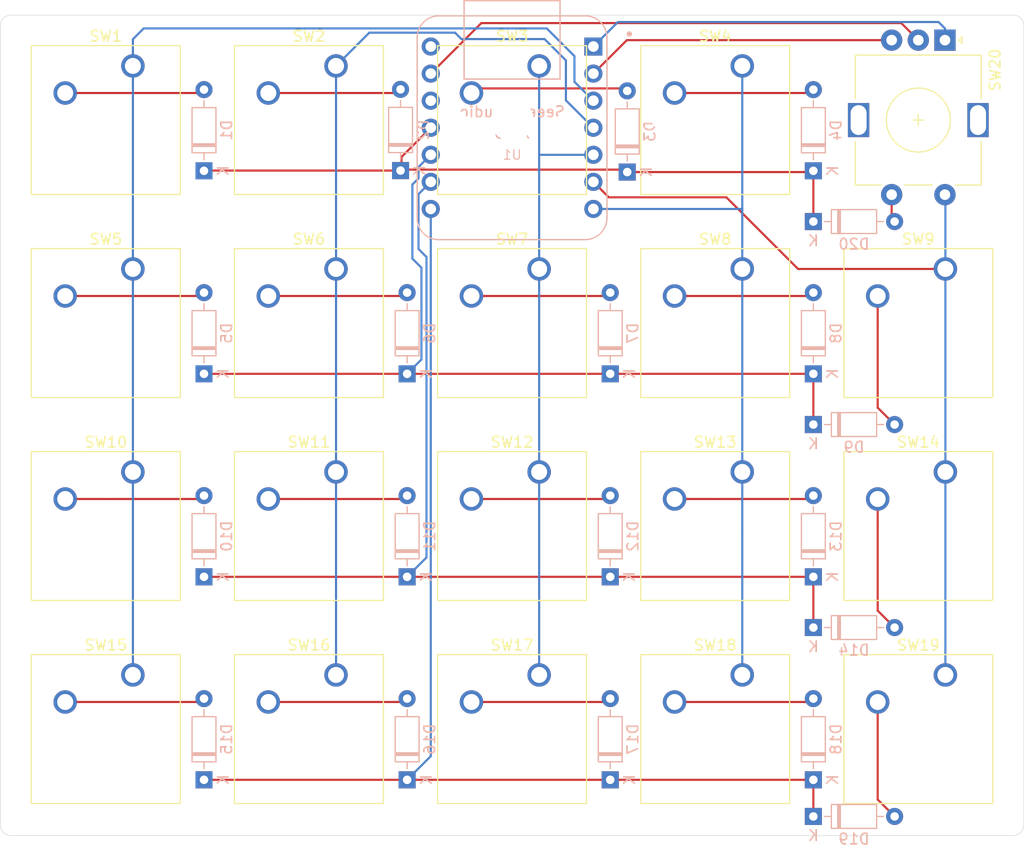
<source format=kicad_pcb>
(kicad_pcb (version 20240108) (generator "pcbnew") (generator_version "8.0")
  (layers (0 "F.Cu" signal) (31 "B.Cu" signal) (34 "B.Paste" user) (35 "F.Paste" user) (36 "B.SilkS" user "B.Silkscreen") (37 "F.SilkS" user "F.Silkscreen") (38 "B.Mask" user) (39 "F.Mask" user) (44 "Edge.Cuts" user))
  (net 0 "")
  (net 1 "Net-(D1-A)")
  (net 2 "ROW 1")
  (net 3 "Net-(D2-A)")
  (net 4 "Net-(D3-A)")
  (net 5 "Net-(D4-A)")
  (net 6 "ROW 2")
  (net 7 "Net-(D5-A)")
  (net 8 "Net-(D6-A)")
  (net 9 "Net-(D7-A)")
  (net 10 "Net-(D8-A)")
  (net 11 "Net-(D9-A)")
  (net 12 "Net-(D10-A)")
  (net 13 "ROW 3")
  (net 14 "Net-(D11-A)")
  (net 15 "Net-(D12-A)")
  (net 16 "Net-(D13-A)")
  (net 17 "Net-(D14-A)")
  (net 18 "ROW 4")
  (net 19 "Net-(D15-A)")
  (net 20 "Net-(D16-A)")
  (net 21 "Net-(D17-A)")
  (net 22 "Net-(D18-A)")
  (net 23 "Net-(D19-A)")
  (net 24 "B")
  (net 25 "A")
  (net 26 "GND")
  (net 27 "COL 1")
  (net 28 "COL 2")
  (net 29 "COL 3")
  (net 30 "COL 4")
  (net 31 "COL 5")
  (net 34 "Net-(D20-A)")
  (footprint "Button_Switch_Keyboard:SW_Cherry_MX_1.00u_PCB_3D" (layer "F.Cu") (at 83.49 66.26964)
    (property "Reference" "SW2" (at -2.54 -2.794 0) (layer "F.SilkS"))
    (property "Value" "SW_Push")
    (pad "" np_thru_hole circle (at -7.62 5.08) (size 1.7 1.7) (drill 1.7) (layers "*.Cu" "*.Mask"))
    (pad "" np_thru_hole circle (at -2.54 5.08) (size 4 4) (drill 4) (layers "*.Cu" "*.Mask"))
    (pad "" np_thru_hole circle (at 2.54 5.08) (size 1.7 1.7) (drill 1.7) (layers "*.Cu" "*.Mask"))
    (pad "1" thru_hole circle (at 0 0) (size 2.2 2.2) (drill 1.5) (layers "*.Cu" "*.Mask") (net 28 "COL 2"))
    (pad "2" thru_hole circle (at -6.35 2.54) (size 2.2 2.2) (drill 1.5) (layers "*.Cu" "*.Mask") (net 3 "Net-(D2-A)"))
  )
  (footprint "Button_Switch_Keyboard:SW_Cherry_MX_1.00u_PCB_3D" (layer "F.Cu") (at 64.44 66.26964)
    (property "Reference" "SW1" (at -2.54 -2.794 0) (layer "F.SilkS"))
    (property "Value" "SW_Push")
    (pad "" np_thru_hole circle (at -7.62 5.08) (size 1.7 1.7) (drill 1.7) (layers "*.Cu" "*.Mask"))
    (pad "" np_thru_hole circle (at -2.54 5.08) (size 4 4) (drill 4) (layers "*.Cu" "*.Mask"))
    (pad "" np_thru_hole circle (at 2.54 5.08) (size 1.7 1.7) (drill 1.7) (layers "*.Cu" "*.Mask"))
    (pad "1" thru_hole circle (at 0 0) (size 2.2 2.2) (drill 1.5) (layers "*.Cu" "*.Mask") (net 27 "COL 1"))
    (pad "2" thru_hole circle (at -6.35 2.54) (size 2.2 2.2) (drill 1.5) (layers "*.Cu" "*.Mask") (net 1 "Net-(D1-A)"))
  )
  (footprint "Button_Switch_Keyboard:SW_Cherry_MX_1.00u_PCB_3D" (layer "F.Cu") (at 102.54 85.31964)
    (property "Reference" "SW7" (at -2.54 -2.794 0) (layer "F.SilkS"))
    (property "Value" "SW_Push")
    (pad "" np_thru_hole circle (at -7.62 5.08) (size 1.7 1.7) (drill 1.7) (layers "*.Cu" "*.Mask"))
    (pad "" np_thru_hole circle (at -2.54 5.08) (size 4 4) (drill 4) (layers "*.Cu" "*.Mask"))
    (pad "" np_thru_hole circle (at 2.54 5.08) (size 1.7 1.7) (drill 1.7) (layers "*.Cu" "*.Mask"))
    (pad "1" thru_hole circle (at 0 0) (size 2.2 2.2) (drill 1.5) (layers "*.Cu" "*.Mask") (net 29 "COL 3"))
    (pad "2" thru_hole circle (at -6.35 2.54) (size 2.2 2.2) (drill 1.5) (layers "*.Cu" "*.Mask") (net 9 "Net-(D7-A)"))
  )
  (footprint "Rotary_Encoder:RotaryEncoder_Alps_EC11E-Switch_Vertical_H20mm_3D" (layer "F.Cu") (at 140.6 63.84964 -90)
    (property "Reference" "SW20" (at 2.8 -4.7 90) (layer "F.SilkS"))
    (property "Value" "RotaryEncoder_Switch")
    (pad "A" thru_hole rect (at 0 0 270) (size 2 2) (drill 1) (layers "*.Cu" "*.Mask") (net 25 "A"))
    (pad "B" thru_hole circle (at 0 5 270) (size 2 2) (drill 1) (layers "*.Cu" "*.Mask") (net 24 "B"))
    (pad "C" thru_hole circle (at 0 2.5 270) (size 2 2) (drill 1) (layers "*.Cu" "*.Mask") (net 26 "GND"))
    (pad "MP" thru_hole rect (at 7.5 -3.1 270) (size 3.2 2) (drill oval 2.8 1.5) (layers "*.Cu" "*.Mask"))
    (pad "MP" thru_hole rect (at 7.5 8.1 270) (size 3.2 2) (drill oval 2.8 1.5) (layers "*.Cu" "*.Mask"))
    (pad "S1" thru_hole circle (at 14.5 5 270) (size 2 2) (drill 1) (layers "*.Cu" "*.Mask") (net 34 "Net-(D20-A)"))
    (pad "S2" thru_hole circle (at 14.5 0 270) (size 2 2) (drill 1) (layers "*.Cu" "*.Mask") (net 31 "COL 5"))
  )
  (footprint "Button_Switch_Keyboard:SW_Cherry_MX_1.00u_PCB_3D" (layer "F.Cu") (at 140.64 85.31964)
    (property "Reference" "SW9" (at -2.54 -2.794 0) (layer "F.SilkS"))
    (property "Value" "SW_Push")
    (pad "" np_thru_hole circle (at -7.62 5.08) (size 1.7 1.7) (drill 1.7) (layers "*.Cu" "*.Mask"))
    (pad "" np_thru_hole circle (at -2.54 5.08) (size 4 4) (drill 4) (layers "F&B.Cu" "*.Mask"))
    (pad "" np_thru_hole circle (at 2.54 5.08) (size 1.7 1.7) (drill 1.7) (layers "*.Cu" "*.Mask"))
    (pad "1" thru_hole circle (at 0 0) (size 2.2 2.2) (drill 1.5) (layers "*.Cu" "*.Mask") (net 31 "COL 5"))
    (pad "2" thru_hole circle (at -6.35 2.54) (size 2.2 2.2) (drill 1.5) (layers "*.Cu" "*.Mask") (net 11 "Net-(D9-A)"))
  )
  (footprint "Button_Switch_Keyboard:SW_Cherry_MX_1.00u_PCB_3D" (layer "F.Cu") (at 64.44 123.41964)
    (property "Reference" "SW15" (at -2.54 -2.794 0) (layer "F.SilkS"))
    (property "Value" "SW_Push")
    (pad "" np_thru_hole circle (at -7.62 5.08) (size 1.7 1.7) (drill 1.7) (layers "*.Cu" "*.Mask"))
    (pad "" np_thru_hole circle (at -2.54 5.08) (size 4 4) (drill 4) (layers "*.Cu" "*.Mask"))
    (pad "" np_thru_hole circle (at 2.54 5.08) (size 1.7 1.7) (drill 1.7) (layers "*.Cu" "*.Mask"))
    (pad "1" thru_hole circle (at 0 0) (size 2.2 2.2) (drill 1.5) (layers "*.Cu" "*.Mask") (net 27 "COL 1"))
    (pad "2" thru_hole circle (at -6.35 2.54) (size 2.2 2.2) (drill 1.5) (layers "*.Cu" "*.Mask") (net 19 "Net-(D15-A)"))
  )
  (footprint "Button_Switch_Keyboard:SW_Cherry_MX_1.00u_PCB_3D" (layer "F.Cu") (at 140.64 104.36964)
    (property "Reference" "SW14" (at -2.54 -2.794 0) (layer "F.SilkS"))
    (property "Value" "SW_Push")
    (pad "" np_thru_hole circle (at -7.62 5.08) (size 1.7 1.7) (drill 1.7) (layers "*.Cu" "*.Mask"))
    (pad "" np_thru_hole circle (at -2.54 5.08) (size 4 4) (drill 4) (layers "*.Cu" "*.Mask"))
    (pad "" np_thru_hole circle (at 2.54 5.08) (size 1.7 1.7) (drill 1.7) (layers "*.Cu" "*.Mask"))
    (pad "1" thru_hole circle (at 0 0) (size 2.2 2.2) (drill 1.5) (layers "*.Cu" "*.Mask") (net 31 "COL 5"))
    (pad "2" thru_hole circle (at -6.35 2.54) (size 2.2 2.2) (drill 1.5) (layers "*.Cu" "*.Mask") (net 17 "Net-(D14-A)"))
  )
  (footprint "Button_Switch_Keyboard:SW_Cherry_MX_1.00u_PCB_3D" (layer "F.Cu") (at 64.44 104.36964)
    (property "Reference" "SW10" (at -2.54 -2.794 0) (layer "F.SilkS"))
    (property "Value" "SW_Push")
    (pad "" np_thru_hole circle (at -7.62 5.08) (size 1.7 1.7) (drill 1.7) (layers "*.Cu" "*.Mask"))
    (pad "" np_thru_hole circle (at -2.54 5.08) (size 4 4) (drill 4) (layers "*.Cu" "*.Mask"))
    (pad "" np_thru_hole circle (at 2.54 5.08) (size 1.7 1.7) (drill 1.7) (layers "*.Cu" "*.Mask"))
    (pad "1" thru_hole circle (at 0 0) (size 2.2 2.2) (drill 1.5) (layers "*.Cu" "*.Mask") (net 27 "COL 1"))
    (pad "2" thru_hole circle (at -6.35 2.54) (size 2.2 2.2) (drill 1.5) (layers "*.Cu" "*.Mask") (net 12 "Net-(D10-A)"))
  )
  (footprint "Button_Switch_Keyboard:SW_Cherry_MX_1.00u_PCB_3D" (layer "F.Cu") (at 83.49 123.41964)
    (property "Reference" "SW16" (at -2.54 -2.794 0) (layer "F.SilkS"))
    (property "Value" "SW_Push")
    (pad "" np_thru_hole circle (at -7.62 5.08) (size 1.7 1.7) (drill 1.7) (layers "*.Cu" "*.Mask"))
    (pad "" np_thru_hole circle (at -2.54 5.08) (size 4 4) (drill 4) (layers "*.Cu" "*.Mask"))
    (pad "" np_thru_hole circle (at 2.54 5.08) (size 1.7 1.7) (drill 1.7) (layers "*.Cu" "*.Mask"))
    (pad "1" thru_hole circle (at 0 0) (size 2.2 2.2) (drill 1.5) (layers "*.Cu" "*.Mask") (net 28 "COL 2"))
    (pad "2" thru_hole circle (at -6.35 2.54) (size 2.2 2.2) (drill 1.5) (layers "*.Cu" "*.Mask") (net 20 "Net-(D16-A)"))
  )
  (footprint "Button_Switch_Keyboard:SW_Cherry_MX_1.00u_PCB_3D" (layer "F.Cu") (at 121.59 85.31964)
    (property "Reference" "SW8" (at -2.54 -2.794 0) (layer "F.SilkS"))
    (property "Value" "SW_Push")
    (pad "" np_thru_hole circle (at -7.62 5.08) (size 1.7 1.7) (drill 1.7) (layers "*.Cu" "*.Mask"))
    (pad "" np_thru_hole circle (at -2.54 5.08) (size 4 4) (drill 4) (layers "*.Cu" "*.Mask"))
    (pad "" np_thru_hole circle (at 2.54 5.08) (size 1.7 1.7) (drill 1.7) (layers "*.Cu" "*.Mask"))
    (pad "1" thru_hole circle (at 0 0) (size 2.2 2.2) (drill 1.5) (layers "*.Cu" "*.Mask") (net 30 "COL 4"))
    (pad "2" thru_hole circle (at -6.35 2.54) (size 2.2 2.2) (drill 1.5) (layers "*.Cu" "*.Mask") (net 10 "Net-(D8-A)"))
  )
  (footprint "Button_Switch_Keyboard:SW_Cherry_MX_1.00u_PCB_3D" (layer "F.Cu") (at 121.59 123.41964)
    (property "Reference" "SW18" (at -2.54 -2.794 0) (layer "F.SilkS"))
    (property "Value" "SW_Push")
    (pad "" np_thru_hole circle (at -7.62 5.08) (size 1.7 1.7) (drill 1.7) (layers "*.Cu" "*.Mask"))
    (pad "" np_thru_hole circle (at -2.54 5.08) (size 4 4) (drill 4) (layers "*.Cu" "*.Mask"))
    (pad "" np_thru_hole circle (at 2.54 5.08) (size 1.7 1.7) (drill 1.7) (layers "*.Cu" "*.Mask"))
    (pad "1" thru_hole circle (at 0 0) (size 2.2 2.2) (drill 1.5) (layers "*.Cu" "*.Mask") (net 30 "COL 4"))
    (pad "2" thru_hole circle (at -6.35 2.54) (size 2.2 2.2) (drill 1.5) (layers "*.Cu" "*.Mask") (net 22 "Net-(D18-A)"))
  )
  (footprint "Button_Switch_Keyboard:SW_Cherry_MX_1.00u_PCB_3D" (layer "F.Cu") (at 83.49 104.36964)
    (property "Reference" "SW11" (at -2.54 -2.794 0) (layer "F.SilkS"))
    (property "Value" "SW_Push")
    (pad "" np_thru_hole circle (at -7.62 5.08) (size 1.7 1.7) (drill 1.7) (layers "*.Cu" "*.Mask"))
    (pad "" np_thru_hole circle (at -2.54 5.08) (size 4 4) (drill 4) (layers "*.Cu" "*.Mask"))
    (pad "" np_thru_hole circle (at 2.54 5.08) (size 1.7 1.7) (drill 1.7) (layers "*.Cu" "*.Mask"))
    (pad "1" thru_hole circle (at 0 0) (size 2.2 2.2) (drill 1.5) (layers "*.Cu" "*.Mask") (net 28 "COL 2"))
    (pad "2" thru_hole circle (at -6.35 2.54) (size 2.2 2.2) (drill 1.5) (layers "*.Cu" "*.Mask") (net 14 "Net-(D11-A)"))
  )
  (footprint "Button_Switch_Keyboard:SW_Cherry_MX_1.00u_PCB_3D" (layer "F.Cu") (at 102.54 104.36964)
    (property "Reference" "SW12" (at -2.54 -2.794 0) (layer "F.SilkS"))
    (property "Value" "SW_Push")
    (pad "" np_thru_hole circle (at -7.62 5.08) (size 1.7 1.7) (drill 1.7) (layers "*.Cu" "*.Mask"))
    (pad "" np_thru_hole circle (at -2.54 5.08) (size 4 4) (drill 4) (layers "*.Cu" "*.Mask"))
    (pad "" np_thru_hole circle (at 2.54 5.08) (size 1.7 1.7) (drill 1.7) (layers "*.Cu" "*.Mask"))
    (pad "1" thru_hole circle (at 0 0) (size 2.2 2.2) (drill 1.5) (layers "*.Cu" "*.Mask") (net 29 "COL 3"))
    (pad "2" thru_hole circle (at -6.35 2.54) (size 2.2 2.2) (drill 1.5) (layers "*.Cu" "*.Mask") (net 15 "Net-(D12-A)"))
  )
  (footprint "Button_Switch_Keyboard:SW_Cherry_MX_1.00u_PCB_3D" (layer "F.Cu") (at 102.54 66.26964)
    (property "Reference" "SW3" (at -2.54 -2.794 0) (layer "F.SilkS"))
    (property "Value" "SW_Push")
    (pad "" np_thru_hole circle (at -7.62 5.08) (size 1.7 1.7) (drill 1.7) (layers "*.Cu" "*.Mask"))
    (pad "" np_thru_hole circle (at -2.54 5.08) (size 4 4) (drill 4) (layers "F&B.Cu" "*.Mask"))
    (pad "" np_thru_hole circle (at 2.54 5.08) (size 1.7 1.7) (drill 1.7) (layers "*.Cu" "*.Mask"))
    (pad "1" thru_hole circle (at 0 0) (size 2.2 2.2) (drill 1.5) (layers "*.Cu" "*.Mask") (net 29 "COL 3"))
    (pad "2" thru_hole circle (at -6.35 2.54) (size 2.2 2.2) (drill 1.5) (layers "*.Cu" "*.Mask") (net 4 "Net-(D3-A)"))
  )
  (footprint "Button_Switch_Keyboard:SW_Cherry_MX_1.00u_PCB_3D" (layer "F.Cu") (at 102.54 123.41964)
    (property "Reference" "SW17" (at -2.54 -2.794 0) (layer "F.SilkS"))
    (property "Value" "SW_Push")
    (pad "" np_thru_hole circle (at -7.62 5.08) (size 1.7 1.7) (drill 1.7) (layers "*.Cu" "*.Mask"))
    (pad "" np_thru_hole circle (at -2.54 5.08) (size 4 4) (drill 4) (layers "*.Cu" "*.Mask"))
    (pad "" np_thru_hole circle (at 2.54 5.08) (size 1.7 1.7) (drill 1.7) (layers "*.Cu" "*.Mask"))
    (pad "1" thru_hole circle (at 0 0) (size 2.2 2.2) (drill 1.5) (layers "*.Cu" "*.Mask") (net 29 "COL 3"))
    (pad "2" thru_hole circle (at -6.35 2.54) (size 2.2 2.2) (drill 1.5) (layers "*.Cu" "*.Mask") (net 21 "Net-(D17-A)"))
  )
  (footprint "Button_Switch_Keyboard:SW_Cherry_MX_1.00u_PCB_3D" (layer "F.Cu") (at 64.44 85.31964)
    (property "Reference" "SW5" (at -2.54 -2.794 0) (layer "F.SilkS"))
    (property "Value" "SW_Push")
    (pad "" np_thru_hole circle (at -7.62 5.08) (size 1.7 1.7) (drill 1.7) (layers "*.Cu" "*.Mask"))
    (pad "" np_thru_hole circle (at -2.54 5.08) (size 4 4) (drill 4) (layers "*.Cu" "*.Mask"))
    (pad "" np_thru_hole circle (at 2.54 5.08) (size 1.7 1.7) (drill 1.7) (layers "*.Cu" "*.Mask"))
    (pad "1" thru_hole circle (at 0 0) (size 2.2 2.2) (drill 1.5) (layers "*.Cu" "*.Mask") (net 27 "COL 1"))
    (pad "2" thru_hole circle (at -6.35 2.54) (size 2.2 2.2) (drill 1.5) (layers "*.Cu" "*.Mask") (net 7 "Net-(D5-A)"))
  )
  (footprint "Button_Switch_Keyboard:SW_Cherry_MX_1.00u_PCB_3D" (layer "F.Cu") (at 140.64 123.41964)
    (property "Reference" "SW19" (at -2.54 -2.794 0) (layer "F.SilkS"))
    (property "Value" "SW_Push")
    (pad "" np_thru_hole circle (at -7.62 5.08) (size 1.7 1.7) (drill 1.7) (layers "*.Cu" "*.Mask"))
    (pad "" np_thru_hole circle (at -2.54 5.08) (size 4 4) (drill 4) (layers "*.Cu" "*.Mask"))
    (pad "" np_thru_hole circle (at 2.54 5.08) (size 1.7 1.7) (drill 1.7) (layers "*.Cu" "*.Mask"))
    (pad "1" thru_hole circle (at 0 0) (size 2.2 2.2) (drill 1.5) (layers "*.Cu" "*.Mask") (net 31 "COL 5"))
    (pad "2" thru_hole circle (at -6.35 2.54) (size 2.2 2.2) (drill 1.5) (layers "*.Cu" "*.Mask") (net 23 "Net-(D19-A)"))
  )
  (footprint "Button_Switch_Keyboard:SW_Cherry_MX_1.00u_PCB_3D" (layer "F.Cu") (at 121.59 104.36964)
    (property "Reference" "SW13" (at -2.54 -2.794 0) (layer "F.SilkS"))
    (property "Value" "SW_Push")
    (pad "" np_thru_hole circle (at -7.62 5.08) (size 1.7 1.7) (drill 1.7) (layers "*.Cu" "*.Mask"))
    (pad "" np_thru_hole circle (at -2.54 5.08) (size 4 4) (drill 4) (layers "*.Cu" "*.Mask"))
    (pad "" np_thru_hole circle (at 2.54 5.08) (size 1.7 1.7) (drill 1.7) (layers "*.Cu" "*.Mask"))
    (pad "1" thru_hole circle (at 0 0) (size 2.2 2.2) (drill 1.5) (layers "*.Cu" "*.Mask") (net 30 "COL 4"))
    (pad "2" thru_hole circle (at -6.35 2.54) (size 2.2 2.2) (drill 1.5) (layers "*.Cu" "*.Mask") (net 16 "Net-(D13-A)"))
  )
  (footprint "Button_Switch_Keyboard:SW_Cherry_MX_1.00u_PCB_3D" (layer "F.Cu") (at 83.49 85.31964)
    (property "Reference" "SW6" (at -2.54 -2.794 0) (layer "F.SilkS"))
    (property "Value" "SW_Push")
    (pad "" np_thru_hole circle (at -7.62 5.08) (size 1.7 1.7) (drill 1.7) (layers "*.Cu" "*.Mask"))
    (pad "" np_thru_hole circle (at -2.54 5.08) (size 4 4) (drill 4) (layers "*.Cu" "*.Mask"))
    (pad "" np_thru_hole circle (at 2.54 5.08) (size 1.7 1.7) (drill 1.7) (layers "*.Cu" "*.Mask"))
    (pad "1" thru_hole circle (at 0 0) (size 2.2 2.2) (drill 1.5) (layers "*.Cu" "*.Mask") (net 28 "COL 2"))
    (pad "2" thru_hole circle (at -6.35 2.54) (size 2.2 2.2) (drill 1.5) (layers "*.Cu" "*.Mask") (net 8 "Net-(D6-A)"))
  )
  (footprint "Button_Switch_Keyboard:SW_Cherry_MX_1.00u_PCB_3D" (layer "F.Cu") (at 121.59 66.26964)
    (property "Reference" "SW4" (at -2.54 -2.794 0) (layer "F.SilkS"))
    (property "Value" "SW_Push")
    (pad "" np_thru_hole circle (at -7.62 5.08) (size 1.7 1.7) (drill 1.7) (layers "*.Cu" "*.Mask"))
    (pad "" np_thru_hole circle (at -2.54 5.08) (size 4 4) (drill 4) (layers "F&B.Cu" "*.Mask"))
    (pad "" np_thru_hole circle (at 2.54 5.08) (size 1.7 1.7) (drill 1.7) (layers "*.Cu" "*.Mask"))
    (pad "1" thru_hole circle (at 0 0) (size 2.2 2.2) (drill 1.5) (layers "*.Cu" "*.Mask") (net 30 "COL 4"))
    (pad "2" thru_hole circle (at -6.35 2.54) (size 2.2 2.2) (drill 1.5) (layers "*.Cu" "*.Mask") (net 5 "Net-(D4-A)"))
  )
  (footprint "Seeed Studio XIAO Series Library:XIAO-Generic-Thruhole-14P-2.54-21X17.8MM_3D" (layer "B.Cu") (at 100 72.07 180)
    (property "Reference" "U1" (at 0 -2.54 0) (layer "B.SilkS") (effects (font (size 0.889 0.889) (thickness 0.1016)) (justify mirror)))
    (property "Value" "Seeed Studio XIAO SAMD21" (hide yes))
    (fp_text user "XIAO" (at 0 -0.5 0) (layer "B.SilkS") (effects (justify mirror)))
    (fp_text user "Seeed Studio" (at 0 1.5 0) (layer "B.SilkS") (effects (justify mirror)))
    (pad "1" thru_hole rect (at -7.625 7.62 180) (size 1.7 1.7) (drill 1) (layers "*.Cu" "*.Mask") (net 25 "A"))
    (pad "2" thru_hole circle (at -7.625 5.08 180) (size 1.7 1.7) (drill 1) (layers "*.Cu" "*.Mask") (net 24 "B"))
    (pad "3" thru_hole circle (at -7.625 2.54 180) (size 1.7 1.7) (drill 1) (layers "*.Cu" "*.Mask") (net 27 "COL 1"))
    (pad "4" thru_hole circle (at -7.625 0 180) (size 1.7 1.7) (drill 1) (layers "*.Cu" "*.Mask") (net 28 "COL 2"))
    (pad "5" thru_hole circle (at -7.625 -2.54 180) (size 1.7 1.7) (drill 1) (layers "*.Cu" "*.Mask") (net 29 "COL 3"))
    (pad "6" thru_hole circle (at -7.625 -5.08) (size 1.7 1.7) (drill 1) (layers "*.Cu" "*.Mask") (net 31 "COL 5"))
    (pad "7" thru_hole circle (at -7.625 -7.62 180) (size 1.7 1.7) (drill 1) (layers "*.Cu" "*.Mask") (net 30 "COL 4"))
    (pad "8" thru_hole circle (at 7.625 -7.62 180) (size 1.7 1.7) (drill 1) (layers "*.Cu" "*.Mask") (net 18 "ROW 4"))
    (pad "9" thru_hole circle (at 7.625 -5.08 180) (size 1.7 1.7) (drill 1) (layers "*.Cu" "*.Mask") (net 13 "ROW 3"))
    (pad "10" thru_hole circle (at 7.625 -2.54 180) (size 1.7 1.7) (drill 1) (layers "*.Cu" "*.Mask") (net 6 "ROW 2"))
    (pad "11" thru_hole circle (at 7.625 0 180) (size 1.7 1.7) (drill 1) (layers "*.Cu" "*.Mask") (net 2 "ROW 1"))
    (pad "12" thru_hole circle (at 7.625 2.54 180) (size 1.7 1.7) (drill 1) (layers "*.Cu" "*.Mask"))
    (pad "13" thru_hole circle (at 7.625 5.08 180) (size 1.7 1.7) (drill 1) (layers "*.Cu" "*.Mask") (net 26 "GND"))
    (pad "14" thru_hole circle (at 7.625 7.62 180) (size 1.7 1.7) (drill 1) (layers "*.Cu" "*.Mask"))
  )
  (footprint "Diode_THT:D_DO-35_SOD27_P7.62mm_Horizontal" (layer "B.Cu") (at 128.2575 76.11214 90)
    (property "Reference" "D4" (at 3.81 2.12 90) (layer "B.SilkS") (effects (justify mirror)))
    (property "Value" "D")
    (fp_text user "K" (at 0 1.8 90) (layer "B.SilkS") (effects (justify mirror)))
    (pad "1" thru_hole rect (at 0 0 90) (size 1.6 1.6) (drill 0.8) (layers "*.Cu" "*.Mask") (net 2 "ROW 1"))
    (pad "2" thru_hole oval (at 7.62 0 90) (size 1.6 1.6) (drill 0.8) (layers "*.Cu" "*.Mask") (net 5 "Net-(D4-A)"))
  )
  (footprint "Diode_THT:D_DO-35_SOD27_P7.62mm_Horizontal" (layer "B.Cu") (at 110.8 76.22964 90)
    (property "Reference" "D3" (at 3.81 2.12 90) (layer "B.SilkS") (effects (justify mirror)))
    (property "Value" "D")
    (fp_text user "K" (at 0 1.8 90) (layer "B.SilkS") (effects (justify mirror)))
    (pad "1" thru_hole rect (at 0 0 90) (size 1.6 1.6) (drill 0.8) (layers "*.Cu" "*.Mask") (net 2 "ROW 1"))
    (pad "2" thru_hole oval (at 7.62 0 90) (size 1.6 1.6) (drill 0.8) (layers "*.Cu" "*.Mask") (net 4 "Net-(D3-A)"))
  )
  (footprint "Diode_THT:D_DO-35_SOD27_P7.62mm_Horizontal" (layer "B.Cu") (at 128.2575 95.16214 90)
    (property "Reference" "D8" (at 3.81 2.12 90) (layer "B.SilkS") (effects (justify mirror)))
    (property "Value" "D")
    (fp_text user "K" (at 0 1.8 90) (layer "B.SilkS") (effects (justify mirror)))
    (pad "1" thru_hole rect (at 0 0 90) (size 1.6 1.6) (drill 0.8) (layers "*.Cu" "*.Mask") (net 6 "ROW 2"))
    (pad "2" thru_hole oval (at 7.62 0 90) (size 1.6 1.6) (drill 0.8) (layers "*.Cu" "*.Mask") (net 10 "Net-(D8-A)"))
  )
  (footprint "Diode_THT:D_DO-35_SOD27_P7.62mm_Horizontal" (layer "B.Cu") (at 109.2075 114.21214 90)
    (property "Reference" "D12" (at 3.81 2.12 90) (layer "B.SilkS") (effects (justify mirror)))
    (property "Value" "D")
    (fp_text user "K" (at 0 1.8 90) (layer "B.SilkS") (effects (justify mirror)))
    (pad "1" thru_hole rect (at 0 0 90) (size 1.6 1.6) (drill 0.8) (layers "*.Cu" "*.Mask") (net 13 "ROW 3"))
    (pad "2" thru_hole oval (at 7.62 0 90) (size 1.6 1.6) (drill 0.8) (layers "*.Cu" "*.Mask") (net 15 "Net-(D12-A)"))
  )
  (footprint "Diode_THT:D_DO-35_SOD27_P7.62mm_Horizontal" (layer "B.Cu") (at 128.2575 136.69964)
    (property "Reference" "D19" (at 3.81 2.12 0) (layer "B.SilkS") (effects (justify mirror)))
    (property "Value" "D")
    (fp_text user "K" (at 0 1.8 0) (layer "B.SilkS") (effects (justify mirror)))
    (pad "1" thru_hole rect (at 0 0) (size 1.6 1.6) (drill 0.8) (layers "*.Cu" "*.Mask") (net 18 "ROW 4"))
    (pad "2" thru_hole oval (at 7.62 0) (size 1.6 1.6) (drill 0.8) (layers "*.Cu" "*.Mask") (net 23 "Net-(D19-A)"))
  )
  (footprint "Diode_THT:D_DO-35_SOD27_P7.62mm_Horizontal" (layer "B.Cu") (at 128.2575 133.26214 90)
    (property "Reference" "D18" (at 3.81 2.12 90) (layer "B.SilkS") (effects (justify mirror)))
    (property "Value" "D")
    (fp_text user "K" (at 0 1.8 90) (layer "B.SilkS") (effects (justify mirror)))
    (pad "1" thru_hole rect (at 0 0 90) (size 1.6 1.6) (drill 0.8) (layers "*.Cu" "*.Mask") (net 18 "ROW 4"))
    (pad "2" thru_hole oval (at 7.62 0 90) (size 1.6 1.6) (drill 0.8) (layers "*.Cu" "*.Mask") (net 22 "Net-(D18-A)"))
  )
  (footprint "Diode_THT:D_DO-35_SOD27_P7.62mm_Horizontal" (layer "B.Cu") (at 128.2575 114.21214 90)
    (property "Reference" "D13" (at 3.81 2.12 90) (layer "B.SilkS") (effects (justify mirror)))
    (property "Value" "D")
    (fp_text user "K" (at 0 1.8 90) (layer "B.SilkS") (effects (justify mirror)))
    (pad "1" thru_hole rect (at 0 0 90) (size 1.6 1.6) (drill 0.8) (layers "*.Cu" "*.Mask") (net 13 "ROW 3"))
    (pad "2" thru_hole oval (at 7.62 0 90) (size 1.6 1.6) (drill 0.8) (layers "*.Cu" "*.Mask") (net 16 "Net-(D13-A)"))
  )
  (footprint "Diode_THT:D_DO-35_SOD27_P7.62mm_Horizontal" (layer "B.Cu") (at 71.1075 133.26214 90)
    (property "Reference" "D15" (at 3.81 2.12 90) (layer "B.SilkS") (effects (justify mirror)))
    (property "Value" "D")
    (fp_text user "K" (at 0 1.8 90) (layer "B.SilkS") (effects (justify mirror)))
    (pad "1" thru_hole rect (at 0 0 90) (size 1.6 1.6) (drill 0.8) (layers "*.Cu" "*.Mask") (net 18 "ROW 4"))
    (pad "2" thru_hole oval (at 7.62 0 90) (size 1.6 1.6) (drill 0.8) (layers "*.Cu" "*.Mask") (net 19 "Net-(D15-A)"))
  )
  (footprint "Diode_THT:D_DO-35_SOD27_P7.62mm_Horizontal" (layer "B.Cu") (at 128.2575 80.87464)
    (property "Reference" "D20" (at 3.81 2.12 0) (layer "B.SilkS") (effects (justify mirror)))
    (property "Value" "D")
    (fp_text user "K" (at 0 1.8 0) (layer "B.SilkS") (effects (justify mirror)))
    (pad "1" thru_hole rect (at 0 0) (size 1.6 1.6) (drill 0.8) (layers "*.Cu" "*.Mask") (net 2 "ROW 1"))
    (pad "2" thru_hole oval (at 7.62 0) (size 1.6 1.6) (drill 0.8) (layers "*.Cu" "*.Mask") (net 34 "Net-(D20-A)"))
  )
  (footprint "Diode_THT:D_DO-35_SOD27_P7.62mm_Horizontal" (layer "B.Cu") (at 109.2075 95.16214 90)
    (property "Reference" "D7" (at 3.81 2.12 90) (layer "B.SilkS") (effects (justify mirror)))
    (property "Value" "D")
    (fp_text user "K" (at 0 1.8 90) (layer "B.SilkS") (effects (justify mirror)))
    (pad "1" thru_hole rect (at 0 0 90) (size 1.6 1.6) (drill 0.8) (layers "*.Cu" "*.Mask") (net 6 "ROW 2"))
    (pad "2" thru_hole oval (at 7.62 0 90) (size 1.6 1.6) (drill 0.8) (layers "*.Cu" "*.Mask") (net 9 "Net-(D7-A)"))
  )
  (footprint "Diode_THT:D_DO-35_SOD27_P7.62mm_Horizontal" (layer "B.Cu") (at 128.2575 99.92464)
    (property "Reference" "D9" (at 3.81 2.12 0) (layer "B.SilkS") (effects (justify mirror)))
    (property "Value" "D")
    (fp_text user "K" (at 0 1.8 0) (layer "B.SilkS") (effects (justify mirror)))
    (pad "1" thru_hole rect (at 0 0) (size 1.6 1.6) (drill 0.8) (layers "*.Cu" "*.Mask") (net 6 "ROW 2"))
    (pad "2" thru_hole oval (at 7.62 0) (size 1.6 1.6) (drill 0.8) (layers "*.Cu" "*.Mask") (net 11 "Net-(D9-A)"))
  )
  (footprint "Diode_THT:D_DO-35_SOD27_P7.62mm_Horizontal" (layer "B.Cu") (at 71.1075 95.16214 90)
    (property "Reference" "D5" (at 3.81 2.12 90) (layer "B.SilkS") (effects (justify mirror)))
    (property "Value" "D")
    (fp_text user "K" (at 0 1.8 90) (layer "B.SilkS") (effects (justify mirror)))
    (pad "1" thru_hole rect (at 0 0 90) (size 1.6 1.6) (drill 0.8) (layers "*.Cu" "*.Mask") (net 6 "ROW 2"))
    (pad "2" thru_hole oval (at 7.62 0 90) (size 1.6 1.6) (drill 0.8) (layers "*.Cu" "*.Mask") (net 7 "Net-(D5-A)"))
  )
  (footprint "Diode_THT:D_DO-35_SOD27_P7.62mm_Horizontal" (layer "B.Cu") (at 89.54 76.08964 90)
    (property "Reference" "D2" (at 3.81 2.12 90) (layer "B.SilkS") (effects (justify mirror)))
    (property "Value" "D")
    (fp_text user "K" (at 0 1.8 90) (layer "B.SilkS") (effects (justify mirror)))
    (pad "1" thru_hole rect (at 0 0 90) (size 1.6 1.6) (drill 0.8) (layers "*.Cu" "*.Mask") (net 2 "ROW 1"))
    (pad "2" thru_hole oval (at 7.62 0 90) (size 1.6 1.6) (drill 0.8) (layers "*.Cu" "*.Mask") (net 3 "Net-(D2-A)"))
  )
  (footprint "Diode_THT:D_DO-35_SOD27_P7.62mm_Horizontal" (layer "B.Cu") (at 71.1075 114.21214 90)
    (property "Reference" "D10" (at 3.81 2.12 90) (layer "B.SilkS") (effects (justify mirror)))
    (property "Value" "D")
    (fp_text user "K" (at 0 1.8 90) (layer "B.SilkS") (effects (justify mirror)))
    (pad "1" thru_hole rect (at 0 0 90) (size 1.6 1.6) (drill 0.8) (layers "*.Cu" "*.Mask") (net 13 "ROW 3"))
    (pad "2" thru_hole oval (at 7.62 0 90) (size 1.6 1.6) (drill 0.8) (layers "*.Cu" "*.Mask") (net 12 "Net-(D10-A)"))
  )
  (footprint "Diode_THT:D_DO-35_SOD27_P7.62mm_Horizontal" (layer "B.Cu") (at 90.1575 133.26214 90)
    (property "Reference" "D16" (at 3.81 2.12 90) (layer "B.SilkS") (effects (justify mirror)))
    (property "Value" "D")
    (fp_text user "K" (at 0 1.8 90) (layer "B.SilkS") (effects (justify mirror)))
    (pad "1" thru_hole rect (at 0 0 90) (size 1.6 1.6) (drill 0.8) (layers "*.Cu" "*.Mask") (net 18 "ROW 4"))
    (pad "2" thru_hole oval (at 7.62 0 90) (size 1.6 1.6) (drill 0.8) (layers "*.Cu" "*.Mask") (net 20 "Net-(D16-A)"))
  )
  (footprint "Diode_THT:D_DO-35_SOD27_P7.62mm_Horizontal" (layer "B.Cu") (at 90.1575 114.21214 90)
    (property "Reference" "D11" (at 3.81 2.12 90) (layer "B.SilkS") (effects (justify mirror)))
    (property "Value" "D")
    (fp_text user "K" (at 0 1.8 90) (layer "B.SilkS") (effects (justify mirror)))
    (pad "1" thru_hole rect (at 0 0 90) (size 1.6 1.6) (drill 0.8) (layers "*.Cu" "*.Mask") (net 13 "ROW 3"))
    (pad "2" thru_hole oval (at 7.62 0 90) (size 1.6 1.6) (drill 0.8) (layers "*.Cu" "*.Mask") (net 14 "Net-(D11-A)"))
  )
  (footprint "Diode_THT:D_DO-35_SOD27_P7.62mm_Horizontal" (layer "B.Cu") (at 109.2075 133.26214 90)
    (property "Reference" "D17" (at 3.81 2.12 90) (layer "B.SilkS") (effects (justify mirror)))
    (property "Value" "D")
    (fp_text user "K" (at 0 1.8 90) (layer "B.SilkS") (effects (justify mirror)))
    (pad "1" thru_hole rect (at 0 0 90) (size 1.6 1.6) (drill 0.8) (layers "*.Cu" "*.Mask") (net 18 "ROW 4"))
    (pad "2" thru_hole oval (at 7.62 0 90) (size 1.6 1.6) (drill 0.8) (layers "*.Cu" "*.Mask") (net 21 "Net-(D17-A)"))
  )
  (footprint "Diode_THT:D_DO-35_SOD27_P7.62mm_Horizontal" (layer "B.Cu") (at 90.1575 95.16214 90)
    (property "Reference" "D6" (at 3.81 2.12 90) (layer "B.SilkS") (effects (justify mirror)))
    (property "Value" "D")
    (fp_text user "K" (at 0 1.8 90) (layer "B.SilkS") (effects (justify mirror)))
    (pad "1" thru_hole rect (at 0 0 90) (size 1.6 1.6) (drill 0.8) (layers "*.Cu" "*.Mask") (net 6 "ROW 2"))
    (pad "2" thru_hole oval (at 7.62 0 90) (size 1.6 1.6) (drill 0.8) (layers "*.Cu" "*.Mask") (net 8 "Net-(D6-A)"))
  )
  (footprint "Diode_THT:D_DO-35_SOD27_P7.62mm_Horizontal" (layer "B.Cu") (at 71.1075 76.11214 90)
    (property "Reference" "D1" (at 3.81 2.12 90) (layer "B.SilkS") (effects (justify mirror)))
    (property "Value" "D")
    (fp_text user "K" (at 0 1.8 90) (layer "B.SilkS") (effects (justify mirror)))
    (pad "1" thru_hole rect (at 0 0 90) (size 1.6 1.6) (drill 0.8) (layers "*.Cu" "*.Mask") (net 2 "ROW 1"))
    (pad "2" thru_hole oval (at 7.62 0 90) (size 1.6 1.6) (drill 0.8) (layers "*.Cu" "*.Mask") (net 1 "Net-(D1-A)"))
  )
  (footprint "Diode_THT:D_DO-35_SOD27_P7.62mm_Horizontal" (layer "B.Cu") (at 128.2575 118.97464)
    (property "Reference" "D14" (at 3.81 2.12 0) (layer "B.SilkS") (effects (justify mirror)))
    (property "Value" "D")
    (fp_text user "K" (at 0 1.8 0) (layer "B.SilkS") (effects (justify mirror)))
    (pad "1" thru_hole rect (at 0 0) (size 1.6 1.6) (drill 0.8) (layers "*.Cu" "*.Mask") (net 13 "ROW 3"))
    (pad "2" thru_hole oval (at 7.62 0) (size 1.6 1.6) (drill 0.8) (layers "*.Cu" "*.Mask") (net 17 "Net-(D14-A)"))
  )
  (gr_line (start 52 137.5) (end 52 62.5) (stroke (width 0.05)) (layer "Edge.Cuts"))
  (gr_arc (start 53 138.5) (mid 52.292893 138.207107) (end 52 137.5) (stroke (width 0.05)) (layer "Edge.Cuts"))
  (gr_arc (start 52 62.5) (mid 52.292893 61.792893) (end 53 61.5) (stroke (width 0.05)) (layer "Edge.Cuts"))
  (gr_arc (start 148 137.5) (mid 147.707107 138.207107) (end 147 138.5) (stroke (width 0.05)) (layer "Edge.Cuts"))
  (gr_arc (start 147 61.5) (mid 147.707107 61.792893) (end 148 62.5) (stroke (width 0.05)) (layer "Edge.Cuts"))
  (gr_line (start 148 62.5) (end 148 137.5) (stroke (width 0.05)) (layer "Edge.Cuts"))
  (gr_line (start 53 61.5) (end 147 61.5) (stroke (width 0.05)) (layer "Edge.Cuts"))
  (gr_line (start 147 138.5) (end 53 138.5) (stroke (width 0.05)) (layer "Edge.Cuts"))
  (segment (start 58.09 68.80964) (end 70.79 68.80964) (width 0.2) (layer "F.Cu") (net 1))
  (segment (start 70.79 68.80964) (end 71.1075 68.49214) (width 0.2) (layer "F.Cu") (net 1))
  (segment (start 71.13 76.08964) (end 71.1075 76.11214) (width 0.2) (layer "F.Cu") (net 2))
  (segment (start 89.54 76.08964) (end 89.62964 76) (width 0.2) (layer "F.Cu") (net 2))
  (segment (start 89.54 76.08964) (end 71.13 76.08964) (width 0.2) (layer "F.Cu") (net 2))
  (segment (start 89.62964 76) (end 89.62964 74.81536) (width 0.2) (layer "F.Cu") (net 2))
  (segment (start 128.14 76.22964) (end 128.2575 76.11214) (width 0.2) (layer "F.Cu") (net 2))
  (segment (start 110.8 76.22964) (end 128.14 76.22964) (width 0.2) (layer "F.Cu") (net 2))
  (segment (start 110.8 76.22964) (end 110.57036 76) (width 0.2) (layer "F.Cu") (net 2))
  (segment (start 89.62964 74.81536) (end 92.375 72.07) (width 0.2) (layer "F.Cu") (net 2))
  (segment (start 128.2575 80.87464) (end 128.2575 76.11214) (width 0.2) (layer "F.Cu") (net 2))
  (segment (start 110.57036 76) (end 89.62964 76) (width 0.2) (layer "F.Cu") (net 2))
  (segment (start 77.14 68.80964) (end 89.2 68.80964) (width 0.2) (layer "F.Cu") (net 3))
  (segment (start 89.2 68.80964) (end 89.54 68.46964) (width 0.2) (layer "F.Cu") (net 3))
  (segment (start 110.57036 68.38) (end 96.61964 68.38) (width 0.2) (layer "F.Cu") (net 4))
  (segment (start 96.61964 68.38) (end 96.19 68.80964) (width 0.2) (layer "F.Cu") (net 4))
  (segment (start 110.8 68.60964) (end 110.57036 68.38) (width 0.2) (layer "F.Cu") (net 4))
  (segment (start 115.24 68.80964) (end 127.94 68.80964) (width 0.2) (layer "F.Cu") (net 5))
  (segment (start 127.94 68.80964) (end 128.2575 68.49214) (width 0.2) (layer "F.Cu") (net 5))
  (segment (start 128.2575 95.16214) (end 128.2575 99.92464) (width 0.2) (layer "F.Cu") (net 6))
  (segment (start 71.1075 95.16214) (end 128.2575 95.16214) (width 0.2) (layer "F.Cu") (net 6))
  (segment (start 90.65 84.35) (end 91.5 85.2) (width 0.2) (layer "B.Cu") (net 6))
  (segment (start 91.5 85.2) (end 91.5 93.81964) (width 0.2) (layer "B.Cu") (net 6))
  (segment (start 91.225 75.76) (end 91.225 76.825) (width 0.2) (layer "B.Cu") (net 6))
  (segment (start 91.225 76.825) (end 90.65 77.4) (width 0.2) (layer "B.Cu") (net 6))
  (segment (start 90.65 77.4) (end 90.65 84.35) (width 0.2) (layer "B.Cu") (net 6))
  (segment (start 91.5 93.81964) (end 90.1575 95.16214) (width 0.2) (layer "B.Cu") (net 6))
  (segment (start 92.375 74.61) (end 91.225 75.76) (width 0.2) (layer "B.Cu") (net 6))
  (segment (start 70.79 87.85964) (end 71.1075 87.54214) (width 0.2) (layer "F.Cu") (net 7))
  (segment (start 58.09 87.85964) (end 70.79 87.85964) (width 0.2) (layer "F.Cu") (net 7))
  (segment (start 77.14 87.85964) (end 89.84 87.85964) (width 0.2) (layer "F.Cu") (net 8))
  (segment (start 89.84 87.85964) (end 90.1575 87.54214) (width 0.2) (layer "F.Cu") (net 8))
  (segment (start 96.19 87.85964) (end 108.89 87.85964) (width 0.2) (layer "F.Cu") (net 9))
  (segment (start 108.89 87.85964) (end 109.2075 87.54214) (width 0.2) (layer "F.Cu") (net 9))
  (segment (start 127.94 87.85964) (end 128.2575 87.54214) (width 0.2) (layer "F.Cu") (net 10))
  (segment (start 115.24 87.85964) (end 127.94 87.85964) (width 0.2) (layer "F.Cu") (net 10))
  (segment (start 134.29 87.85964) (end 134.29 98.33714) (width 0.2) (layer "F.Cu") (net 11))
  (segment (start 134.29 98.33714) (end 135.8775 99.92464) (width 0.2) (layer "F.Cu") (net 11))
  (segment (start 58.09 106.90964) (end 70.79 106.90964) (width 0.2) (layer "F.Cu") (net 12))
  (segment (start 70.79 106.90964) (end 71.1075 106.59214) (width 0.2) (layer "F.Cu") (net 12))
  (segment (start 71.1075 114.21214) (end 128.2575 114.21214) (width 0.2) (layer "F.Cu") (net 13))
  (segment (start 128.2575 114.21214) (end 128.2575 118.97464) (width 0.2) (layer "F.Cu") (net 13))
  (segment (start 91.225 83.45) (end 91.975 84.2) (width 0.2) (layer "B.Cu") (net 13))
  (segment (start 92.375 77.15) (end 91.225 78.3) (width 0.2) (layer "B.Cu") (net 13))
  (segment (start 91.225 78.3) (end 91.225 83.45) (width 0.2) (layer "B.Cu") (net 13))
  (segment (start 91.975 112.39464) (end 90.1575 114.21214) (width 0.2) (layer "B.Cu") (net 13))
  (segment (start 91.975 84.2) (end 91.975 112.39464) (width 0.2) (layer "B.Cu") (net 13))
  (segment (start 77.14 106.90964) (end 89.84 106.90964) (width 0.2) (layer "F.Cu") (net 14))
  (segment (start 89.84 106.90964) (end 90.1575 106.59214) (width 0.2) (layer "F.Cu") (net 14))
  (segment (start 96.19 106.90964) (end 108.89 106.90964) (width 0.2) (layer "F.Cu") (net 15))
  (segment (start 108.89 106.90964) (end 109.2075 106.59214) (width 0.2) (layer "F.Cu") (net 15))
  (segment (start 127.94 106.90964) (end 128.2575 106.59214) (width 0.2) (layer "F.Cu") (net 16))
  (segment (start 115.24 106.90964) (end 127.94 106.90964) (width 0.2) (layer "F.Cu") (net 16))
  (segment (start 134.29 106.90964) (end 134.29 117.38714) (width 0.2) (layer "F.Cu") (net 17))
  (segment (start 134.29 117.38714) (end 135.8775 118.97464) (width 0.2) (layer "F.Cu") (net 17))
  (segment (start 71.1075 133.26214) (end 128.2575 133.26214) (width 0.2) (layer "F.Cu") (net 18))
  (segment (start 128.2575 133.26214) (end 128.2575 136.69964) (width 0.2) (layer "F.Cu") (net 18))
  (segment (start 92.375 131.04464) (end 92.375 79.69) (width 0.2) (layer "B.Cu") (net 18))
  (segment (start 90.1575 133.26214) (end 92.375 131.04464) (width 0.2) (layer "B.Cu") (net 18))
  (segment (start 58.09 125.95964) (end 70.79 125.95964) (width 0.2) (layer "F.Cu") (net 19))
  (segment (start 70.79 125.95964) (end 71.1075 125.64214) (width 0.2) (layer "F.Cu") (net 19))
  (segment (start 77.14 125.95964) (end 89.84 125.95964) (width 0.2) (layer "F.Cu") (net 20))
  (segment (start 89.84 125.95964) (end 90.1575 125.64214) (width 0.2) (layer "F.Cu") (net 20))
  (segment (start 108.89 125.95964) (end 109.2075 125.64214) (width 0.2) (layer "F.Cu") (net 21))
  (segment (start 96.19 125.95964) (end 108.89 125.95964) (width 0.2) (layer "F.Cu") (net 21))
  (segment (start 115.24 125.95964) (end 127.94 125.95964) (width 0.2) (layer "F.Cu") (net 22))
  (segment (start 127.94 125.95964) (end 128.2575 125.64214) (width 0.2) (layer "F.Cu") (net 22))
  (segment (start 134.29 135.11214) (end 135.8775 136.69964) (width 0.2) (layer "F.Cu") (net 23))
  (segment (start 134.29 125.95964) (end 134.29 135.11214) (width 0.2) (layer "F.Cu") (net 23))
  (segment (start 135.6 63.84964) (end 110.76536 63.84964) (width 0.2) (layer "F.Cu") (net 24))
  (segment (start 110.76536 63.84964) (end 107.625 66.99) (width 0.2) (layer "F.Cu") (net 24))
  (segment (start 140 62.15) (end 109.925 62.15) (width 0.2) (layer "B.Cu") (net 25))
  (segment (start 109.925 62.15) (end 107.625 64.45) (width 0.2) (layer "B.Cu") (net 25))
  (segment (start 140.6 62.75) (end 140 62.15) (width 0.2) (layer "B.Cu") (net 25))
  (segment (start 140.6 63.84964) (end 140.6 62.75) (width 0.2) (layer "B.Cu") (net 25))
  (segment (start 97.115 62.25) (end 92.375 66.99) (width 0.2) (layer "F.Cu") (net 26))
  (segment (start 138.1 63.84964) (end 136.50036 62.25) (width 0.2) (layer "F.Cu") (net 26))
  (segment (start 136.50036 62.25) (end 97.115 62.25) (width 0.2) (layer "F.Cu") (net 26))
  (segment (start 65.45 62.75) (end 64.44 63.76) (width 0.2) (layer "B.Cu") (net 27))
  (segment (start 64.44 66.26964) (end 64.44 123.41964) (width 0.2) (layer "B.Cu") (net 27))
  (segment (start 107.625 69.53) (end 105.85 67.755) (width 0.2) (layer "B.Cu") (net 27))
  (segment (start 64.44 63.76) (end 64.44 66.26964) (width 0.2) (layer "B.Cu") (net 27))
  (segment (start 105.85 65.35) (end 103.25 62.75) (width 0.2) (layer "B.Cu") (net 27))
  (segment (start 103.25 62.75) (end 65.45 62.75) (width 0.2) (layer "B.Cu") (net 27))
  (segment (start 105.85 67.755) (end 105.85 65.35) (width 0.2) (layer "B.Cu") (net 27))
  (segment (start 86.60964 63.15) (end 83.49 66.26964) (width 0.2) (layer "B.Cu") (net 28))
  (segment (start 95.25 63.75) (end 94.65 63.15) (width 0.2) (layer "B.Cu") (net 28))
  (segment (start 94.65 63.15) (end 86.60964 63.15) (width 0.2) (layer "B.Cu") (net 28))
  (segment (start 105.05 69.495) (end 105.05 65.75) (width 0.2) (layer "B.Cu") (net 28))
  (segment (start 105.05 65.75) (end 103.05 63.75) (width 0.2) (layer "B.Cu") (net 28))
  (segment (start 103.05 63.75) (end 95.25 63.75) (width 0.2) (layer "B.Cu") (net 28))
  (segment (start 107.625 72.07) (end 105.05 69.495) (width 0.2) (layer "B.Cu") (net 28))
  (segment (start 83.49 123.41964) (end 83.49 66.26964) (width 0.2) (layer "B.Cu") (net 28))
  (segment (start 102.55 74.61) (end 102.54 74.6) (width 0.2) (layer "B.Cu") (net 29))
  (segment (start 107.625 74.61) (end 102.55 74.61) (width 0.2) (layer "B.Cu") (net 29))
  (segment (start 102.54 66.26964) (end 102.54 74.6) (width 0.2) (layer "B.Cu") (net 29))
  (segment (start 102.54 74.6) (end 102.54 123.41964) (width 0.2) (layer "B.Cu") (net 29))
  (segment (start 121.58 79.69) (end 121.59 79.7) (width 0.2) (layer "B.Cu") (net 30))
  (segment (start 121.59 123.41964) (end 121.59 79.7) (width 0.2) (layer "B.Cu") (net 30))
  (segment (start 121.59 79.7) (end 121.59 66.26964) (width 0.2) (layer "B.Cu") (net 30))
  (segment (start 107.625 79.69) (end 121.58 79.69) (width 0.2) (layer "B.Cu") (net 30))
  (segment (start 140.64 85.31964) (end 126.81964 85.31964) (width 0.2) (layer "F.Cu") (net 31))
  (segment (start 120.1 78.6) (end 109.075 78.6) (width 0.2) (layer "F.Cu") (net 31))
  (segment (start 126.81964 85.31964) (end 120.1 78.6) (width 0.2) (layer "F.Cu") (net 31))
  (segment (start 109.075 78.6) (end 107.625 77.15) (width 0.2) (layer "F.Cu") (net 31))
  (segment (start 140.64 78.38964) (end 140.6 78.34964) (width 0.2) (layer "B.Cu") (net 31))
  (segment (start 140.64 123.41964) (end 140.64 78.38964) (width 0.2) (layer "B.Cu") (net 31))
  (segment (start 135.6 80.59714) (end 135.8775 80.87464) (width 0.2) (layer "F.Cu") (net 34))
  (segment (start 135.6 78.34964) (end 135.6 80.59714) (width 0.2) (layer "F.Cu") (net 34))
)
</source>
